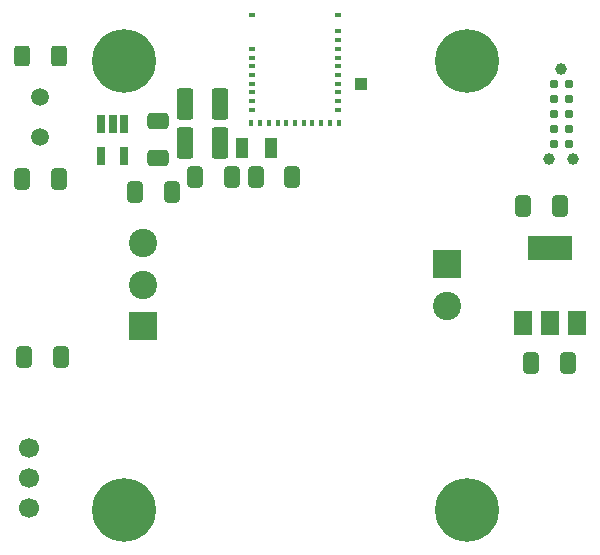
<source format=gbr>
G04 #@! TF.GenerationSoftware,KiCad,Pcbnew,6.0.6*
G04 #@! TF.CreationDate,2022-06-26T18:27:29+02:00*
G04 #@! TF.ProjectId,Sunmachine-A3,53756e6d-6163-4686-996e-652d41332e6b,rev?*
G04 #@! TF.SameCoordinates,Original*
G04 #@! TF.FileFunction,Soldermask,Top*
G04 #@! TF.FilePolarity,Negative*
%FSLAX46Y46*%
G04 Gerber Fmt 4.6, Leading zero omitted, Abs format (unit mm)*
G04 Created by KiCad (PCBNEW 6.0.6) date 2022-06-26 18:27:29*
%MOMM*%
%LPD*%
G01*
G04 APERTURE LIST*
G04 Aperture macros list*
%AMRoundRect*
0 Rectangle with rounded corners*
0 $1 Rounding radius*
0 $2 $3 $4 $5 $6 $7 $8 $9 X,Y pos of 4 corners*
0 Add a 4 corners polygon primitive as box body*
4,1,4,$2,$3,$4,$5,$6,$7,$8,$9,$2,$3,0*
0 Add four circle primitives for the rounded corners*
1,1,$1+$1,$2,$3*
1,1,$1+$1,$4,$5*
1,1,$1+$1,$6,$7*
1,1,$1+$1,$8,$9*
0 Add four rect primitives between the rounded corners*
20,1,$1+$1,$2,$3,$4,$5,0*
20,1,$1+$1,$4,$5,$6,$7,0*
20,1,$1+$1,$6,$7,$8,$9,0*
20,1,$1+$1,$8,$9,$2,$3,0*%
G04 Aperture macros list end*
%ADD10R,2.400000X2.400000*%
%ADD11C,2.400000*%
%ADD12RoundRect,0.250000X-0.412500X-0.650000X0.412500X-0.650000X0.412500X0.650000X-0.412500X0.650000X0*%
%ADD13RoundRect,0.250000X0.412500X0.650000X-0.412500X0.650000X-0.412500X-0.650000X0.412500X-0.650000X0*%
%ADD14RoundRect,0.250000X0.400000X0.625000X-0.400000X0.625000X-0.400000X-0.625000X0.400000X-0.625000X0*%
%ADD15C,1.500000*%
%ADD16C,0.800000*%
%ADD17C,5.400000*%
%ADD18C,0.990600*%
%ADD19C,0.787400*%
%ADD20R,0.650000X1.560000*%
%ADD21RoundRect,0.250000X-0.650000X0.412500X-0.650000X-0.412500X0.650000X-0.412500X0.650000X0.412500X0*%
%ADD22RoundRect,0.250001X0.462499X1.074999X-0.462499X1.074999X-0.462499X-1.074999X0.462499X-1.074999X0*%
%ADD23R,1.000000X1.000000*%
%ADD24RoundRect,0.250001X-0.462499X-1.074999X0.462499X-1.074999X0.462499X1.074999X-0.462499X1.074999X0*%
%ADD25R,1.500000X2.000000*%
%ADD26R,3.800000X2.000000*%
%ADD27R,1.000000X1.800000*%
%ADD28C,1.700000*%
%ADD29R,0.600000X0.400000*%
%ADD30R,0.400000X0.600000*%
G04 APERTURE END LIST*
D10*
G04 #@! TO.C,J3*
X131064000Y-90932000D03*
D11*
X131064000Y-87432000D03*
X131064000Y-83932000D03*
G04 #@! TD*
D10*
G04 #@! TO.C,J2*
X156845000Y-85725000D03*
D11*
X156845000Y-89225000D03*
G04 #@! TD*
D12*
G04 #@! TO.C,C2*
X163283500Y-80772000D03*
X166408500Y-80772000D03*
G04 #@! TD*
D13*
G04 #@! TO.C,C3*
X133515500Y-79629000D03*
X130390500Y-79629000D03*
G04 #@! TD*
D14*
G04 #@! TO.C,R2*
X123978000Y-68072000D03*
X120878000Y-68072000D03*
G04 #@! TD*
D15*
G04 #@! TO.C,R1*
X122416513Y-71527836D03*
X122416513Y-74927836D03*
G04 #@! TD*
D16*
G04 #@! TO.C,REF\u002A\u002A*
X157068109Y-67080109D03*
X158500000Y-66487000D03*
X160525000Y-68512000D03*
X156475000Y-68512000D03*
X158500000Y-70537000D03*
D17*
X158500000Y-68512000D03*
D16*
X159931891Y-69943891D03*
X157068109Y-69943891D03*
X159931891Y-67080109D03*
G04 #@! TD*
G04 #@! TO.C,REF\u002A\u002A*
X130931891Y-69943891D03*
X131525000Y-68512000D03*
X127475000Y-68512000D03*
X129500000Y-66487000D03*
X129500000Y-70537000D03*
X128068109Y-69943891D03*
X130931891Y-67080109D03*
D17*
X129500000Y-68512000D03*
D16*
X128068109Y-67080109D03*
G04 #@! TD*
G04 #@! TO.C,REF\u002A\u002A*
X129500000Y-108537000D03*
X128068109Y-105080109D03*
X127475000Y-106512000D03*
X129500000Y-104487000D03*
X131525000Y-106512000D03*
X130931891Y-105080109D03*
D17*
X129500000Y-106512000D03*
D16*
X128068109Y-107943891D03*
X130931891Y-107943891D03*
G04 #@! TD*
G04 #@! TO.C,REF\u002A\u002A*
X159931891Y-105080109D03*
X160525000Y-106512000D03*
D17*
X158500000Y-106512000D03*
D16*
X157068109Y-107943891D03*
X157068109Y-105080109D03*
X158500000Y-108537000D03*
X158500000Y-104487000D03*
X156475000Y-106512000D03*
X159931891Y-107943891D03*
G04 #@! TD*
D18*
G04 #@! TO.C,J1*
X166497000Y-69215000D03*
X165481000Y-76835000D03*
X167513000Y-76835000D03*
D19*
X165862000Y-70485000D03*
X165862000Y-71755000D03*
X165862000Y-73025000D03*
X165862000Y-74295000D03*
X165862000Y-75565000D03*
X167132000Y-75565000D03*
X167132000Y-74295000D03*
X167132000Y-73025000D03*
X167132000Y-71755000D03*
X167132000Y-70485000D03*
G04 #@! TD*
D20*
G04 #@! TO.C,U3*
X129474000Y-73834000D03*
X128524000Y-73834000D03*
X127574000Y-73834000D03*
X127574000Y-76534000D03*
X129474000Y-76534000D03*
G04 #@! TD*
D21*
G04 #@! TO.C,C6*
X132410200Y-73621500D03*
X132410200Y-76746500D03*
G04 #@! TD*
D12*
G04 #@! TO.C,C7*
X135521300Y-78308200D03*
X138646300Y-78308200D03*
G04 #@! TD*
D13*
G04 #@! TO.C,C5*
X124117500Y-93582067D03*
X120992500Y-93582067D03*
G04 #@! TD*
D22*
G04 #@! TO.C,L2*
X137631500Y-72136000D03*
X134656500Y-72136000D03*
G04 #@! TD*
D12*
G04 #@! TO.C,C4*
X120865500Y-78459259D03*
X123990500Y-78459259D03*
G04 #@! TD*
D23*
G04 #@! TO.C,rst*
X149592305Y-70485000D03*
G04 #@! TD*
D24*
G04 #@! TO.C,L1*
X134656500Y-75438000D03*
X137631500Y-75438000D03*
G04 #@! TD*
D25*
G04 #@! TO.C,U2*
X163241528Y-90653000D03*
D26*
X165541528Y-84353000D03*
D25*
X165541528Y-90653000D03*
X167841528Y-90653000D03*
G04 #@! TD*
D27*
G04 #@! TO.C,Y1*
X139466000Y-75869800D03*
X141966000Y-75869800D03*
G04 #@! TD*
D28*
G04 #@! TO.C,IC1*
X121412000Y-106324400D03*
X121412000Y-103784400D03*
X121412000Y-101244400D03*
G04 #@! TD*
D13*
G04 #@! TO.C,C1*
X167043500Y-94107000D03*
X163918500Y-94107000D03*
G04 #@! TD*
D29*
G04 #@! TO.C,U1*
X140367987Y-64652011D03*
X140367987Y-67472011D03*
X140367987Y-68212011D03*
X140367987Y-68952011D03*
X140367987Y-69692011D03*
X140367987Y-70432011D03*
X140367987Y-71172011D03*
X140367987Y-71912011D03*
X140367987Y-72652011D03*
D30*
X140267987Y-73752011D03*
X141007987Y-73752011D03*
X141747987Y-73752011D03*
X142487987Y-73752011D03*
X143227987Y-73752011D03*
X143967987Y-73752011D03*
X144707987Y-73752011D03*
X145447987Y-73752011D03*
X146187987Y-73752011D03*
X146927987Y-73752011D03*
X147667987Y-73752011D03*
D29*
X147567987Y-72652011D03*
X147567987Y-71912011D03*
X147567987Y-71172011D03*
X147567987Y-70432011D03*
X147567987Y-69692011D03*
X147567987Y-68952011D03*
X147567987Y-68212011D03*
X147567987Y-67472011D03*
X147567987Y-66732011D03*
X147567987Y-65992011D03*
X147567987Y-64652011D03*
G04 #@! TD*
D13*
G04 #@! TO.C,C8*
X143751700Y-78308200D03*
X140626700Y-78308200D03*
G04 #@! TD*
M02*

</source>
